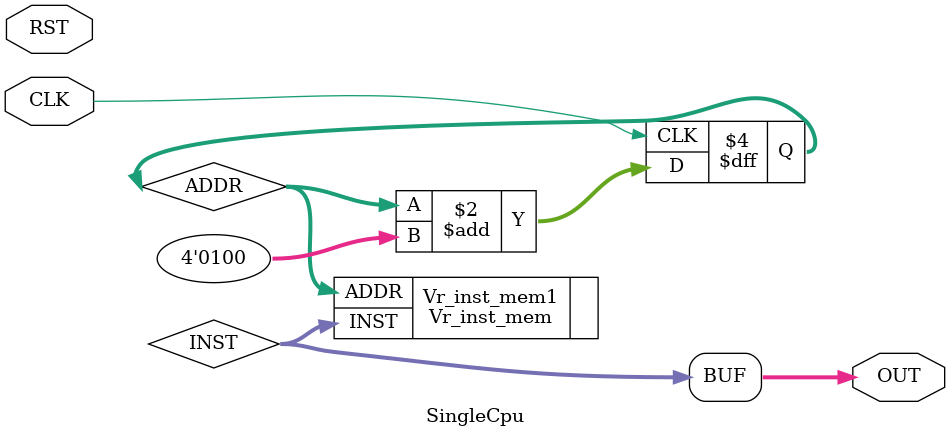
<source format=v>
module SingleCpu(CLK, RST, OUT);
    input CLK;
    input RST;
    reg [31:0] ADDR;
    wire [31:0] INST;
    output reg [31:0] OUT;

    Vr_inst_mem Vr_inst_mem1(.ADDR(ADDR), .INST(INST));


    always @(posedge CLK) begin
        ADDR <= ADDR + 4'b0100;
        $display("%b", ADDR);
    end

    always @(INST) begin 
        OUT = INST;
    end




endmodule
</source>
